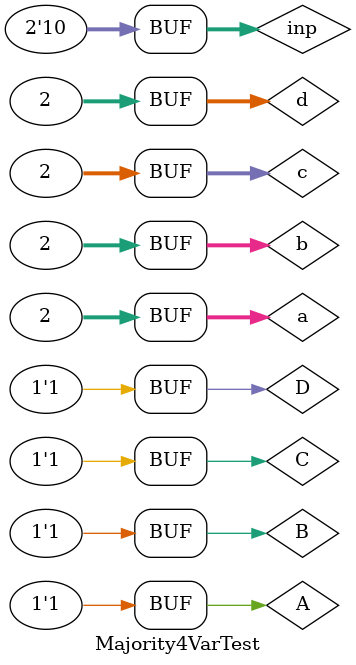
<source format=v>
module Majority4Var(input A, B, C, D, output Y);
assign Y =  ~((~(A|B))|(~(A|C))|(~(A|D))|(~(B|C))|(~(B|D))|(~(C|D))); 
endmodule
/*201EC164*/
module Majority4VarTest();
	reg A, B, C, D;
	reg [1:0] inp;
	integer a,b,c,d;
	assign inp[0] =0;
	assign inp[1] =1;
	wire Y;
Major4B test(.A(A), .B(B), .C(C), .D(D), .Y(Y));
initial
begin
	for(a=0;a<2;a=a+1)
	begin	for(b=0;b<2;b=b+1)
		begin	for(c=0;c<2;c=c+1)
			begin	for(d=0;d<2;d=d+1)
				begin	A=inp[a]; B=inp[b];
					C=inp[c]; D=inp[d];
					#100;
				end
			end
		end
	end
end
endmodule
</source>
